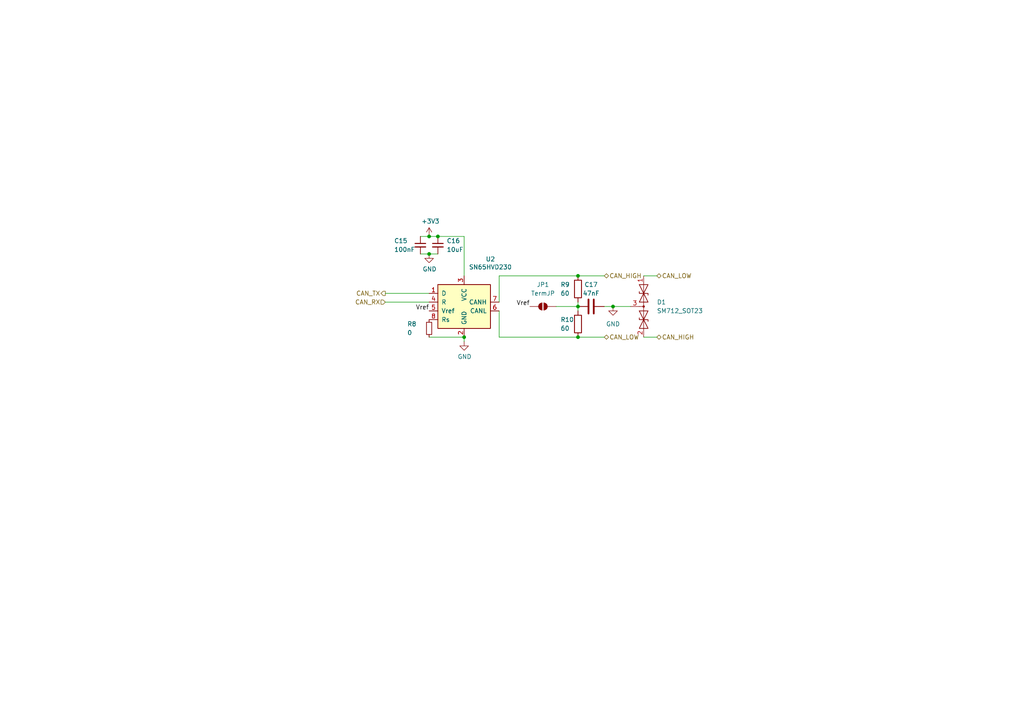
<source format=kicad_sch>
(kicad_sch (version 20250114) (generator "eeschema") (generator_version "9.0")
  (paper "A4")
  (lib_symbols
    (symbol "Device:C" (pin_numbers (hide yes)) (pin_names (offset 0.254))
      (property "Reference" "C" (at 0.635 2.54 0))
      (property "Value" "C" (at 0.635 -2.54 0))
      (symbol "C_0_1"
        (polyline (pts (xy -2.032 0.762) (xy 2.032 0.762)) (stroke (width 0.508)))
        (polyline (pts (xy -2.032 -0.762) (xy 2.032 -0.762)) (stroke (width 0.508)))
      )
      (symbol "C_1_1"
        (pin passive line (at 0 3.81 270) (length 2.794) (name "~") (number "1"))
        (pin passive line (at 0 -3.81 90) (length 2.794) (name "~") (number "2"))
      )
    )
    (symbol "Device:C_Small" (pin_numbers (hide yes)) (pin_names (offset 0.254) (hide yes))
      (property "Reference" "C" (at 0.254 1.778 0))
      (property "Value" "C_Small" (at 0.254 -2.032 0))
      (symbol "C_Small_0_1"
        (polyline (pts (xy -1.524 0.508) (xy 1.524 0.508)) (stroke (width 0.3048)))
        (polyline (pts (xy -1.524 -0.508) (xy 1.524 -0.508)) (stroke (width 0.3302)))
      )
      (symbol "C_Small_1_1"
        (pin passive line (at 0 2.54 270) (length 2.032) (name "~") (number "1"))
        (pin passive line (at 0 -2.54 90) (length 2.032) (name "~") (number "2"))
      )
    )
    (symbol "Device:R" (pin_numbers (hide yes)) (pin_names (offset 0))
      (property "Reference" "R" (at 2.032 0 90))
      (property "Value" "R" (at 0 0 90))
      (symbol "R_0_1"
        (rectangle (start -1.016 -2.54) (end 1.016 2.54) (stroke (width 0.254)))
      )
      (symbol "R_1_1"
        (pin passive line (at 0 3.81 270) (length 1.27) (name "~") (number "1"))
        (pin passive line (at 0 -3.81 90) (length 1.27) (name "~") (number "2"))
      )
    )
    (symbol "Device:R_Small" (pin_numbers (hide yes)) (pin_names (offset 0.254) (hide yes))
      (property "Reference" "R" (at 0.762 0.508 0))
      (property "Value" "R_Small" (at 0.762 -1.016 0))
      (symbol "R_Small_0_1"
        (rectangle (start -0.762 1.778) (end 0.762 -1.778) (stroke (width 0.2032)))
      )
      (symbol "R_Small_1_1"
        (pin passive line (at 0 2.54 270) (length 0.762) (name "~") (number "1"))
        (pin passive line (at 0 -2.54 90) (length 0.762) (name "~") (number "2"))
      )
    )
    (symbol "Diode:SM712_SOT23" (pin_names (offset 1.016) (hide yes))
      (property "Reference" "D" (at 0 4.445 0))
      (property "Value" "SM712_SOT23" (at 0 2.54 0))
      (symbol "SM712_SOT23_0_0"
        (polyline (pts (xy 0 -1.27) (xy 0 0)))
      )
      (symbol "SM712_SOT23_0_1"
        (polyline (pts (xy -6.35 0) (xy 6.35 0)))
        (polyline (pts (xy -6.35 -1.27) (xy -1.27 1.27) (xy -1.27 -1.27) (xy -6.35 1.27) (xy -6.35 -1.27)) (stroke (width 0.2032)))
        (polyline (pts (xy -3.302 1.27) (xy -3.81 1.27) (xy -3.81 -1.27) (xy -4.318 -1.27)) (stroke (width 0.2032)))
        (circle (center 0 0) (radius 0.254) (fill (type outline)))
        (polyline (pts (xy 1.27 -1.27) (xy 1.27 1.27) (xy 6.35 -1.27) (xy 6.35 1.27) (xy 1.27 -1.27)) (stroke (width 0.2032)))
        (polyline (pts (xy 4.318 1.27) (xy 3.81 1.27) (xy 3.81 -1.27) (xy 3.302 -1.27)) (stroke (width 0.2032)))
      )
      (symbol "SM712_SOT23_1_1"
        (pin passive line (at -8.89 0 0) (length 2.54) (name "A1") (number "1"))
        (pin input line (at 0 -3.81 90) (length 2.54) (name "common") (number "3"))
        (pin passive line (at 8.89 0 180) (length 2.54) (name "A2") (number "2"))
      )
    )
    (symbol "Interface_CAN_LIN:SN65HVD230" (pin_names (offset 1.016))
      (property "Reference" "U" (at -2.54 10.16 0))
      (property "Value" "SN65HVD230" (at -2.54 7.62 0))
      (symbol "SN65HVD230_0_1"
        (rectangle (start -7.62 5.08) (end 7.62 -7.62) (stroke (width 0.254)) (fill (type background)))
      )
      (symbol "SN65HVD230_1_1"
        (pin input line (at -10.16 2.54 0) (length 2.54) (name "D") (number "1"))
        (pin output line (at -10.16 0 0) (length 2.54) (name "R") (number "4"))
        (pin output line (at -10.16 -2.54 0) (length 2.54) (name "Vref") (number "5"))
        (pin input line (at -10.16 -5.08 0) (length 2.54) (name "Rs") (number "8"))
        (pin power_in line (at 0 7.62 270) (length 2.54) (name "VCC") (number "3"))
        (pin power_in line (at 0 -10.16 90) (length 2.54) (name "GND") (number "2"))
        (pin bidirectional line (at 10.16 0 180) (length 2.54) (name "CANH") (number "7"))
        (pin bidirectional line (at 10.16 -2.54 180) (length 2.54) (name "CANL") (number "6"))
      )
    )
    (symbol "Jumper:SolderJumper_2_Open" (pin_numbers (hide yes)) (pin_names (offset 0) (hide yes)) (exclude_from_sim yes) (in_bom no)
      (property "Reference" "JP" (at 0 2.032 0))
      (property "Value" "SolderJumper_2_Open" (at 0 -2.54 0))
      (symbol "SolderJumper_2_Open_0_1"
        (polyline (pts (xy -0.254 1.016) (xy -0.254 -1.016)))
        (arc (start -0.254 -1.016) (mid -1.2656 0) (end -0.254 1.016))
        (arc (start -0.254 -1.016) (mid -1.2656 0) (end -0.254 1.016) (fill (type outline)))
        (arc (start 0.254 1.016) (mid 1.2656 0) (end 0.254 -1.016))
        (arc (start 0.254 1.016) (mid 1.2656 0) (end 0.254 -1.016) (fill (type outline)))
        (polyline (pts (xy 0.254 1.016) (xy 0.254 -1.016)))
      )
      (symbol "SolderJumper_2_Open_1_1"
        (pin passive line (at -3.81 0 0) (length 2.54) (name "A") (number "1"))
        (pin passive line (at 3.81 0 180) (length 2.54) (name "B") (number "2"))
      )
    )
    (symbol "power:+3.3V" (power) (pin_numbers (hide yes)) (pin_names (offset 0) (hide yes))
      (property "Value" "+3.3V" (at 0 3.556 0))
      (symbol "+3.3V_0_1"
        (polyline (pts (xy -0.762 1.27) (xy 0 2.54)))
        (polyline (pts (xy 0 2.54) (xy 0.762 1.27)))
        (polyline (pts (xy 0 0) (xy 0 2.54)))
      )
      (symbol "+3.3V_1_1"
        (pin power_in line (at 0 0 90) (length 0) (name "~") (number "1"))
      )
    )
    (symbol "power:GND" (power) (pin_numbers (hide yes)) (pin_names (offset 0) (hide yes))
      (property "Value" "GND" (at 0 -3.81 0))
      (symbol "GND_0_1"
        (polyline (pts (xy 0 0) (xy 0 -1.27) (xy 1.27 -1.27) (xy 0 -2.54) (xy -1.27 -1.27) (xy 0 -1.27)))
      )
      (symbol "GND_1_1"
        (pin power_in line (at 0 0 270) (length 0) (name "~") (number "1"))
      )
    )
  )
  (junction (at 124.46 73.66))
  (junction (at 167.64 88.9))
  (junction (at 124.46 68.58))
  (junction (at 167.64 80.01))
  (junction (at 177.8 88.9))
  (junction (at 167.64 97.79))
  (junction (at 127 68.58))
  (junction (at 134.62 97.79))
  (wire (pts (xy 186.69 97.79) (xy 190.5 97.79)))
  (wire (pts (xy 134.62 68.58) (xy 134.62 80.01)))
  (wire (pts (xy 177.8 88.9) (xy 182.88 88.9)))
  (wire (pts (xy 121.92 73.66) (xy 124.46 73.66)))
  (wire (pts (xy 144.78 90.17) (xy 144.78 97.79)))
  (wire (pts (xy 124.46 68.58) (xy 127 68.58)))
  (wire (pts (xy 111.76 87.63) (xy 124.46 87.63)))
  (wire (pts (xy 167.64 97.79) (xy 175.26 97.79)))
  (wire (pts (xy 124.46 73.66) (xy 127 73.66)))
  (wire (pts (xy 167.64 88.9) (xy 167.64 90.17)))
  (wire (pts (xy 186.69 80.01) (xy 190.5 80.01)))
  (wire (pts (xy 111.76 85.09) (xy 124.46 85.09)))
  (wire (pts (xy 144.78 97.79) (xy 167.64 97.79)))
  (wire (pts (xy 167.64 87.63) (xy 167.64 88.9)))
  (wire (pts (xy 161.29 88.9) (xy 167.64 88.9)))
  (wire (pts (xy 124.46 97.79) (xy 134.62 97.79)))
  (wire (pts (xy 127 68.58) (xy 134.62 68.58)))
  (wire (pts (xy 121.92 68.58) (xy 124.46 68.58)))
  (wire (pts (xy 167.64 80.01) (xy 175.26 80.01)))
  (wire (pts (xy 134.62 99.06) (xy 134.62 97.79)))
  (wire (pts (xy 144.78 87.63) (xy 144.78 80.01)))
  (wire (pts (xy 177.8 88.9) (xy 175.26 88.9)))
  (wire (pts (xy 144.78 80.01) (xy 167.64 80.01)))
  (label "Vref" (at 124.46 90.17 180))
  (label "Vref" (at 153.67 88.9 180))
  (hierarchical_label "CAN_RX" (shape input) (at 111.76 87.63 180))
  (hierarchical_label "CAN_HIGH" (shape bidirectional) (at 175.26 80.01 0))
  (hierarchical_label "CAN_TX" (shape output) (at 111.76 85.09 180))
  (hierarchical_label "CAN_HIGH" (shape bidirectional) (at 190.5 97.79 0))
  (hierarchical_label "CAN_LOW" (shape bidirectional) (at 190.5 80.01 0))
  (hierarchical_label "CAN_LOW" (shape bidirectional) (at 175.26 97.79 0))
  (symbol (lib_id "power:GND") (at 134.62 99.06 0) (unit 1)
    (property "Reference" "#PWR026" (effects (hide yes)))
    (property "Value" "GND" (at 134.747 103.4542 0))
    (property "Description" "Power symbol creates a global label with name \"GND\" , ground" (effects (hide yes)))
  )
  (symbol (lib_id "power:+3.3V") (at 124.46 68.58 0) (unit 1)
    (property "Reference" "#PWR024" (effects (hide yes)))
    (property "Value" "+3V3" (at 124.841 64.1858 0))
    (property "Description" "Power symbol creates a global label with name \"+3.3V\"" (effects (hide yes)))
  )
  (symbol (lib_id "Interface_CAN_LIN:SN65HVD230") (at 134.62 87.63 0) (unit 1)
    (property "Reference" "U2" (at 142.24 75.1586 0))
    (property "Value" "SN65HVD230" (at 142.24 77.47 0))
    (property "Footprint" "Package_SO:SOIC-8_3.9x4.9mm_P1.27mm" (effects (hide yes)))
    (property "Datasheet" "http://www.ti.com/lit/ds/symlink/sn65hvd230.pdf" (effects (hide yes)))
    (property "Description" "CAN Bus Transceivers, 3.3V, 1Mbps, Low-Power capabilities, SOIC-8" (effects (hide yes)))
  )
  (symbol (lib_id "Device:C_Small") (at 127 71.12 0) (unit 1)
    (property "Reference" "C16" (at 129.54 69.8562 0) (effects (justify left)))
    (property "Value" "10uF" (at 129.54 72.3962 0) (effects (justify left)))
    (property "Footprint" "Capacitor_SMD:C_0402_1005Metric" (effects (hide yes)))
    (property "Description" "Unpolarized capacitor, small symbol" (effects (hide yes)))
  )
  (symbol (lib_id "Diode:SM712_SOT23") (at 186.69 88.9 270) (unit 1)
    (property "Reference" "D1" (at 190.5 87.63 90) (effects (justify left)))
    (property "Value" "SM712_SOT23" (at 190.5 90.17 90) (effects (justify left)))
    (property "Footprint" "Package_TO_SOT_SMD:SOT-23" (effects (hide yes)))
    (property "Datasheet" "https://www.littelfuse.com/~/media/electronics/datasheets/tvs_diode_arrays/littelfuse_tvs_diode_array_sm712_datasheet.pdf.pdf" (effects (hide yes)))
    (property "Description" "7V/12V, 600W Asymmetrical TVS Diode Array, SOT-23" (effects (hide yes)))
  )
  (symbol (lib_id "power:GND") (at 177.8 88.9 0) (unit 1)
    (property "Reference" "#PWR027" (effects (hide yes)))
    (property "Value" "GND" (at 177.8 93.98 0))
    (property "Description" "Power symbol creates a global label with name \"GND\" , ground" (effects (hide yes)))
  )
  (symbol (lib_id "Device:C_Small") (at 121.92 71.12 0) (unit 1)
    (property "Reference" "C15" (at 114.3 69.85 0) (effects (justify left)))
    (property "Value" "100nF" (at 114.3 72.39 0) (effects (justify left)))
    (property "Footprint" "Capacitor_SMD:C_0402_1005Metric" (effects (hide yes)))
    (property "Description" "Unpolarized capacitor, small symbol" (effects (hide yes)))
  )
  (symbol (lib_id "Device:R_Small") (at 124.46 95.25 0) (unit 1)
    (property "Reference" "R8" (at 118.11 93.98 0) (effects (justify left)))
    (property "Value" "0" (at 118.11 96.52 0) (effects (justify left)))
    (property "Footprint" "Resistor_SMD:R_0603_1608Metric" (effects (hide yes)))
    (property "Description" "Resistor, small symbol" (effects (hide yes)))
  )
  (symbol (lib_id "Device:R") (at 167.64 93.98 0) (unit 1)
    (property "Reference" "R10" (at 162.56 92.71 0) (effects (justify left)))
    (property "Value" "60" (at 162.56 95.25 0) (effects (justify left)))
    (property "Footprint" "Resistor_SMD:R_0603_1608Metric" (effects (hide yes)))
    (property "Description" "Resistor" (effects (hide yes)))
  )
  (symbol (lib_id "Device:R") (at 167.64 83.82 0) (unit 1)
    (property "Reference" "R9" (at 162.56 82.55 0) (effects (justify left)))
    (property "Value" "60" (at 162.56 85.09 0) (effects (justify left)))
    (property "Footprint" "Resistor_SMD:R_0603_1608Metric" (effects (hide yes)))
    (property "Description" "Resistor" (effects (hide yes)))
  )
  (symbol (lib_id "Device:C") (at 171.45 88.9 90) (unit 1)
    (property "Reference" "C17" (at 171.45 82.55 90))
    (property "Value" "47nF" (at 171.45 85.09 90))
    (property "Footprint" "Capacitor_SMD:C_0402_1005Metric" (effects (hide yes)))
    (property "Description" "Unpolarized capacitor" (effects (hide yes)))
  )
  (symbol (lib_id "power:GND") (at 124.46 73.66 0) (unit 1)
    (property "Reference" "#PWR025" (effects (hide yes)))
    (property "Value" "GND" (at 124.587 78.0542 0))
    (property "Description" "Power symbol creates a global label with name \"GND\" , ground" (effects (hide yes)))
  )
  (symbol (lib_id "Jumper:SolderJumper_2_Open") (at 157.48 88.9 0) (unit 1)
    (property "Reference" "JP1" (at 157.48 82.55 0))
    (property "Value" "TermJP" (at 157.48 85.09 0))
    (property "Footprint" "iclr:SmallerSolderJP" (effects (hide yes)))
    (property "Description" "Solder Jumper, 2-pole, open" (effects (hide yes)))
  )
)
</source>
